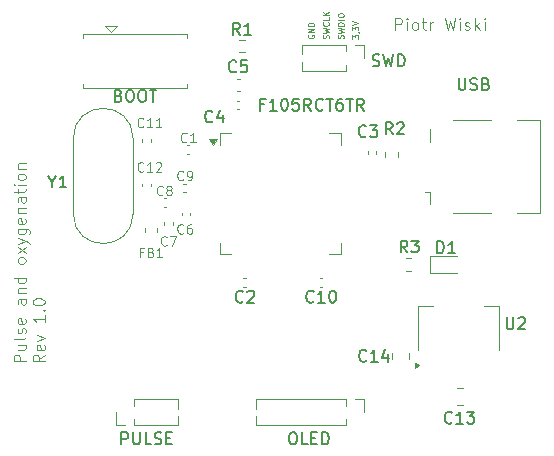
<source format=gbr>
%TF.GenerationSoftware,KiCad,Pcbnew,8.0.2*%
%TF.CreationDate,2024-06-15T16:53:24+02:00*%
%TF.ProjectId,KiCad_STM32_F105RCT6TR,4b694361-645f-4535-944d-33325f463130,v 1.0*%
%TF.SameCoordinates,Original*%
%TF.FileFunction,Legend,Top*%
%TF.FilePolarity,Positive*%
%FSLAX46Y46*%
G04 Gerber Fmt 4.6, Leading zero omitted, Abs format (unit mm)*
G04 Created by KiCad (PCBNEW 8.0.2) date 2024-06-15 16:53:24*
%MOMM*%
%LPD*%
G01*
G04 APERTURE LIST*
%ADD10C,0.100000*%
%ADD11C,0.150000*%
%ADD12C,0.112500*%
%ADD13C,0.120000*%
G04 APERTURE END LIST*
D10*
X113433609Y-52362782D02*
X113433609Y-52053258D01*
X113433609Y-52053258D02*
X113624085Y-52219925D01*
X113624085Y-52219925D02*
X113624085Y-52148496D01*
X113624085Y-52148496D02*
X113647895Y-52100877D01*
X113647895Y-52100877D02*
X113671704Y-52077068D01*
X113671704Y-52077068D02*
X113719323Y-52053258D01*
X113719323Y-52053258D02*
X113838371Y-52053258D01*
X113838371Y-52053258D02*
X113885990Y-52077068D01*
X113885990Y-52077068D02*
X113909800Y-52100877D01*
X113909800Y-52100877D02*
X113933609Y-52148496D01*
X113933609Y-52148496D02*
X113933609Y-52291353D01*
X113933609Y-52291353D02*
X113909800Y-52338972D01*
X113909800Y-52338972D02*
X113885990Y-52362782D01*
X113909800Y-51815163D02*
X113933609Y-51815163D01*
X113933609Y-51815163D02*
X113981228Y-51838973D01*
X113981228Y-51838973D02*
X114005038Y-51862782D01*
X113433609Y-51648497D02*
X113433609Y-51338973D01*
X113433609Y-51338973D02*
X113624085Y-51505640D01*
X113624085Y-51505640D02*
X113624085Y-51434211D01*
X113624085Y-51434211D02*
X113647895Y-51386592D01*
X113647895Y-51386592D02*
X113671704Y-51362783D01*
X113671704Y-51362783D02*
X113719323Y-51338973D01*
X113719323Y-51338973D02*
X113838371Y-51338973D01*
X113838371Y-51338973D02*
X113885990Y-51362783D01*
X113885990Y-51362783D02*
X113909800Y-51386592D01*
X113909800Y-51386592D02*
X113933609Y-51434211D01*
X113933609Y-51434211D02*
X113933609Y-51577068D01*
X113933609Y-51577068D02*
X113909800Y-51624687D01*
X113909800Y-51624687D02*
X113885990Y-51648497D01*
X113433609Y-51196116D02*
X113933609Y-51029450D01*
X113933609Y-51029450D02*
X113433609Y-50862783D01*
X112659800Y-52338972D02*
X112683609Y-52267544D01*
X112683609Y-52267544D02*
X112683609Y-52148496D01*
X112683609Y-52148496D02*
X112659800Y-52100877D01*
X112659800Y-52100877D02*
X112635990Y-52077068D01*
X112635990Y-52077068D02*
X112588371Y-52053258D01*
X112588371Y-52053258D02*
X112540752Y-52053258D01*
X112540752Y-52053258D02*
X112493133Y-52077068D01*
X112493133Y-52077068D02*
X112469323Y-52100877D01*
X112469323Y-52100877D02*
X112445514Y-52148496D01*
X112445514Y-52148496D02*
X112421704Y-52243734D01*
X112421704Y-52243734D02*
X112397895Y-52291353D01*
X112397895Y-52291353D02*
X112374085Y-52315163D01*
X112374085Y-52315163D02*
X112326466Y-52338972D01*
X112326466Y-52338972D02*
X112278847Y-52338972D01*
X112278847Y-52338972D02*
X112231228Y-52315163D01*
X112231228Y-52315163D02*
X112207419Y-52291353D01*
X112207419Y-52291353D02*
X112183609Y-52243734D01*
X112183609Y-52243734D02*
X112183609Y-52124687D01*
X112183609Y-52124687D02*
X112207419Y-52053258D01*
X112183609Y-51886592D02*
X112683609Y-51767544D01*
X112683609Y-51767544D02*
X112326466Y-51672306D01*
X112326466Y-51672306D02*
X112683609Y-51577068D01*
X112683609Y-51577068D02*
X112183609Y-51458021D01*
X112683609Y-51267544D02*
X112183609Y-51267544D01*
X112183609Y-51267544D02*
X112183609Y-51148496D01*
X112183609Y-51148496D02*
X112207419Y-51077068D01*
X112207419Y-51077068D02*
X112255038Y-51029449D01*
X112255038Y-51029449D02*
X112302657Y-51005639D01*
X112302657Y-51005639D02*
X112397895Y-50981830D01*
X112397895Y-50981830D02*
X112469323Y-50981830D01*
X112469323Y-50981830D02*
X112564561Y-51005639D01*
X112564561Y-51005639D02*
X112612180Y-51029449D01*
X112612180Y-51029449D02*
X112659800Y-51077068D01*
X112659800Y-51077068D02*
X112683609Y-51148496D01*
X112683609Y-51148496D02*
X112683609Y-51267544D01*
X112683609Y-50767544D02*
X112183609Y-50767544D01*
X112183609Y-50434211D02*
X112183609Y-50338973D01*
X112183609Y-50338973D02*
X112207419Y-50291354D01*
X112207419Y-50291354D02*
X112255038Y-50243735D01*
X112255038Y-50243735D02*
X112350276Y-50219925D01*
X112350276Y-50219925D02*
X112516942Y-50219925D01*
X112516942Y-50219925D02*
X112612180Y-50243735D01*
X112612180Y-50243735D02*
X112659800Y-50291354D01*
X112659800Y-50291354D02*
X112683609Y-50338973D01*
X112683609Y-50338973D02*
X112683609Y-50434211D01*
X112683609Y-50434211D02*
X112659800Y-50481830D01*
X112659800Y-50481830D02*
X112612180Y-50529449D01*
X112612180Y-50529449D02*
X112516942Y-50553258D01*
X112516942Y-50553258D02*
X112350276Y-50553258D01*
X112350276Y-50553258D02*
X112255038Y-50529449D01*
X112255038Y-50529449D02*
X112207419Y-50481830D01*
X112207419Y-50481830D02*
X112183609Y-50434211D01*
X111409800Y-52338972D02*
X111433609Y-52267544D01*
X111433609Y-52267544D02*
X111433609Y-52148496D01*
X111433609Y-52148496D02*
X111409800Y-52100877D01*
X111409800Y-52100877D02*
X111385990Y-52077068D01*
X111385990Y-52077068D02*
X111338371Y-52053258D01*
X111338371Y-52053258D02*
X111290752Y-52053258D01*
X111290752Y-52053258D02*
X111243133Y-52077068D01*
X111243133Y-52077068D02*
X111219323Y-52100877D01*
X111219323Y-52100877D02*
X111195514Y-52148496D01*
X111195514Y-52148496D02*
X111171704Y-52243734D01*
X111171704Y-52243734D02*
X111147895Y-52291353D01*
X111147895Y-52291353D02*
X111124085Y-52315163D01*
X111124085Y-52315163D02*
X111076466Y-52338972D01*
X111076466Y-52338972D02*
X111028847Y-52338972D01*
X111028847Y-52338972D02*
X110981228Y-52315163D01*
X110981228Y-52315163D02*
X110957419Y-52291353D01*
X110957419Y-52291353D02*
X110933609Y-52243734D01*
X110933609Y-52243734D02*
X110933609Y-52124687D01*
X110933609Y-52124687D02*
X110957419Y-52053258D01*
X110933609Y-51886592D02*
X111433609Y-51767544D01*
X111433609Y-51767544D02*
X111076466Y-51672306D01*
X111076466Y-51672306D02*
X111433609Y-51577068D01*
X111433609Y-51577068D02*
X110933609Y-51458021D01*
X111385990Y-50981830D02*
X111409800Y-51005639D01*
X111409800Y-51005639D02*
X111433609Y-51077068D01*
X111433609Y-51077068D02*
X111433609Y-51124687D01*
X111433609Y-51124687D02*
X111409800Y-51196115D01*
X111409800Y-51196115D02*
X111362180Y-51243734D01*
X111362180Y-51243734D02*
X111314561Y-51267544D01*
X111314561Y-51267544D02*
X111219323Y-51291353D01*
X111219323Y-51291353D02*
X111147895Y-51291353D01*
X111147895Y-51291353D02*
X111052657Y-51267544D01*
X111052657Y-51267544D02*
X111005038Y-51243734D01*
X111005038Y-51243734D02*
X110957419Y-51196115D01*
X110957419Y-51196115D02*
X110933609Y-51124687D01*
X110933609Y-51124687D02*
X110933609Y-51077068D01*
X110933609Y-51077068D02*
X110957419Y-51005639D01*
X110957419Y-51005639D02*
X110981228Y-50981830D01*
X111433609Y-50529449D02*
X111433609Y-50767544D01*
X111433609Y-50767544D02*
X110933609Y-50767544D01*
X111433609Y-50362782D02*
X110933609Y-50362782D01*
X111433609Y-50077068D02*
X111147895Y-50291353D01*
X110933609Y-50077068D02*
X111219323Y-50362782D01*
X109707419Y-52053258D02*
X109683609Y-52100877D01*
X109683609Y-52100877D02*
X109683609Y-52172306D01*
X109683609Y-52172306D02*
X109707419Y-52243734D01*
X109707419Y-52243734D02*
X109755038Y-52291353D01*
X109755038Y-52291353D02*
X109802657Y-52315163D01*
X109802657Y-52315163D02*
X109897895Y-52338972D01*
X109897895Y-52338972D02*
X109969323Y-52338972D01*
X109969323Y-52338972D02*
X110064561Y-52315163D01*
X110064561Y-52315163D02*
X110112180Y-52291353D01*
X110112180Y-52291353D02*
X110159800Y-52243734D01*
X110159800Y-52243734D02*
X110183609Y-52172306D01*
X110183609Y-52172306D02*
X110183609Y-52124687D01*
X110183609Y-52124687D02*
X110159800Y-52053258D01*
X110159800Y-52053258D02*
X110135990Y-52029449D01*
X110135990Y-52029449D02*
X109969323Y-52029449D01*
X109969323Y-52029449D02*
X109969323Y-52124687D01*
X110183609Y-51815163D02*
X109683609Y-51815163D01*
X109683609Y-51815163D02*
X110183609Y-51529449D01*
X110183609Y-51529449D02*
X109683609Y-51529449D01*
X110183609Y-51291353D02*
X109683609Y-51291353D01*
X109683609Y-51291353D02*
X109683609Y-51172305D01*
X109683609Y-51172305D02*
X109707419Y-51100877D01*
X109707419Y-51100877D02*
X109755038Y-51053258D01*
X109755038Y-51053258D02*
X109802657Y-51029448D01*
X109802657Y-51029448D02*
X109897895Y-51005639D01*
X109897895Y-51005639D02*
X109969323Y-51005639D01*
X109969323Y-51005639D02*
X110064561Y-51029448D01*
X110064561Y-51029448D02*
X110112180Y-51053258D01*
X110112180Y-51053258D02*
X110159800Y-51100877D01*
X110159800Y-51100877D02*
X110183609Y-51172305D01*
X110183609Y-51172305D02*
X110183609Y-51291353D01*
X117053884Y-51622419D02*
X117053884Y-50622419D01*
X117053884Y-50622419D02*
X117434836Y-50622419D01*
X117434836Y-50622419D02*
X117530074Y-50670038D01*
X117530074Y-50670038D02*
X117577693Y-50717657D01*
X117577693Y-50717657D02*
X117625312Y-50812895D01*
X117625312Y-50812895D02*
X117625312Y-50955752D01*
X117625312Y-50955752D02*
X117577693Y-51050990D01*
X117577693Y-51050990D02*
X117530074Y-51098609D01*
X117530074Y-51098609D02*
X117434836Y-51146228D01*
X117434836Y-51146228D02*
X117053884Y-51146228D01*
X118053884Y-51622419D02*
X118053884Y-50955752D01*
X118053884Y-50622419D02*
X118006265Y-50670038D01*
X118006265Y-50670038D02*
X118053884Y-50717657D01*
X118053884Y-50717657D02*
X118101503Y-50670038D01*
X118101503Y-50670038D02*
X118053884Y-50622419D01*
X118053884Y-50622419D02*
X118053884Y-50717657D01*
X118672931Y-51622419D02*
X118577693Y-51574800D01*
X118577693Y-51574800D02*
X118530074Y-51527180D01*
X118530074Y-51527180D02*
X118482455Y-51431942D01*
X118482455Y-51431942D02*
X118482455Y-51146228D01*
X118482455Y-51146228D02*
X118530074Y-51050990D01*
X118530074Y-51050990D02*
X118577693Y-51003371D01*
X118577693Y-51003371D02*
X118672931Y-50955752D01*
X118672931Y-50955752D02*
X118815788Y-50955752D01*
X118815788Y-50955752D02*
X118911026Y-51003371D01*
X118911026Y-51003371D02*
X118958645Y-51050990D01*
X118958645Y-51050990D02*
X119006264Y-51146228D01*
X119006264Y-51146228D02*
X119006264Y-51431942D01*
X119006264Y-51431942D02*
X118958645Y-51527180D01*
X118958645Y-51527180D02*
X118911026Y-51574800D01*
X118911026Y-51574800D02*
X118815788Y-51622419D01*
X118815788Y-51622419D02*
X118672931Y-51622419D01*
X119291979Y-50955752D02*
X119672931Y-50955752D01*
X119434836Y-50622419D02*
X119434836Y-51479561D01*
X119434836Y-51479561D02*
X119482455Y-51574800D01*
X119482455Y-51574800D02*
X119577693Y-51622419D01*
X119577693Y-51622419D02*
X119672931Y-51622419D01*
X120006265Y-51622419D02*
X120006265Y-50955752D01*
X120006265Y-51146228D02*
X120053884Y-51050990D01*
X120053884Y-51050990D02*
X120101503Y-51003371D01*
X120101503Y-51003371D02*
X120196741Y-50955752D01*
X120196741Y-50955752D02*
X120291979Y-50955752D01*
X121291980Y-50622419D02*
X121530075Y-51622419D01*
X121530075Y-51622419D02*
X121720551Y-50908133D01*
X121720551Y-50908133D02*
X121911027Y-51622419D01*
X121911027Y-51622419D02*
X122149123Y-50622419D01*
X122530075Y-51622419D02*
X122530075Y-50955752D01*
X122530075Y-50622419D02*
X122482456Y-50670038D01*
X122482456Y-50670038D02*
X122530075Y-50717657D01*
X122530075Y-50717657D02*
X122577694Y-50670038D01*
X122577694Y-50670038D02*
X122530075Y-50622419D01*
X122530075Y-50622419D02*
X122530075Y-50717657D01*
X122958646Y-51574800D02*
X123053884Y-51622419D01*
X123053884Y-51622419D02*
X123244360Y-51622419D01*
X123244360Y-51622419D02*
X123339598Y-51574800D01*
X123339598Y-51574800D02*
X123387217Y-51479561D01*
X123387217Y-51479561D02*
X123387217Y-51431942D01*
X123387217Y-51431942D02*
X123339598Y-51336704D01*
X123339598Y-51336704D02*
X123244360Y-51289085D01*
X123244360Y-51289085D02*
X123101503Y-51289085D01*
X123101503Y-51289085D02*
X123006265Y-51241466D01*
X123006265Y-51241466D02*
X122958646Y-51146228D01*
X122958646Y-51146228D02*
X122958646Y-51098609D01*
X122958646Y-51098609D02*
X123006265Y-51003371D01*
X123006265Y-51003371D02*
X123101503Y-50955752D01*
X123101503Y-50955752D02*
X123244360Y-50955752D01*
X123244360Y-50955752D02*
X123339598Y-51003371D01*
X123815789Y-51622419D02*
X123815789Y-50622419D01*
X123911027Y-51241466D02*
X124196741Y-51622419D01*
X124196741Y-50955752D02*
X123815789Y-51336704D01*
X124625313Y-51622419D02*
X124625313Y-50955752D01*
X124625313Y-50622419D02*
X124577694Y-50670038D01*
X124577694Y-50670038D02*
X124625313Y-50717657D01*
X124625313Y-50717657D02*
X124672932Y-50670038D01*
X124672932Y-50670038D02*
X124625313Y-50622419D01*
X124625313Y-50622419D02*
X124625313Y-50717657D01*
X85762475Y-79696115D02*
X84762475Y-79696115D01*
X84762475Y-79696115D02*
X84762475Y-79315163D01*
X84762475Y-79315163D02*
X84810094Y-79219925D01*
X84810094Y-79219925D02*
X84857713Y-79172306D01*
X84857713Y-79172306D02*
X84952951Y-79124687D01*
X84952951Y-79124687D02*
X85095808Y-79124687D01*
X85095808Y-79124687D02*
X85191046Y-79172306D01*
X85191046Y-79172306D02*
X85238665Y-79219925D01*
X85238665Y-79219925D02*
X85286284Y-79315163D01*
X85286284Y-79315163D02*
X85286284Y-79696115D01*
X85095808Y-78267544D02*
X85762475Y-78267544D01*
X85095808Y-78696115D02*
X85619617Y-78696115D01*
X85619617Y-78696115D02*
X85714856Y-78648496D01*
X85714856Y-78648496D02*
X85762475Y-78553258D01*
X85762475Y-78553258D02*
X85762475Y-78410401D01*
X85762475Y-78410401D02*
X85714856Y-78315163D01*
X85714856Y-78315163D02*
X85667236Y-78267544D01*
X85762475Y-77648496D02*
X85714856Y-77743734D01*
X85714856Y-77743734D02*
X85619617Y-77791353D01*
X85619617Y-77791353D02*
X84762475Y-77791353D01*
X85714856Y-77315162D02*
X85762475Y-77219924D01*
X85762475Y-77219924D02*
X85762475Y-77029448D01*
X85762475Y-77029448D02*
X85714856Y-76934210D01*
X85714856Y-76934210D02*
X85619617Y-76886591D01*
X85619617Y-76886591D02*
X85571998Y-76886591D01*
X85571998Y-76886591D02*
X85476760Y-76934210D01*
X85476760Y-76934210D02*
X85429141Y-77029448D01*
X85429141Y-77029448D02*
X85429141Y-77172305D01*
X85429141Y-77172305D02*
X85381522Y-77267543D01*
X85381522Y-77267543D02*
X85286284Y-77315162D01*
X85286284Y-77315162D02*
X85238665Y-77315162D01*
X85238665Y-77315162D02*
X85143427Y-77267543D01*
X85143427Y-77267543D02*
X85095808Y-77172305D01*
X85095808Y-77172305D02*
X85095808Y-77029448D01*
X85095808Y-77029448D02*
X85143427Y-76934210D01*
X85714856Y-76077067D02*
X85762475Y-76172305D01*
X85762475Y-76172305D02*
X85762475Y-76362781D01*
X85762475Y-76362781D02*
X85714856Y-76458019D01*
X85714856Y-76458019D02*
X85619617Y-76505638D01*
X85619617Y-76505638D02*
X85238665Y-76505638D01*
X85238665Y-76505638D02*
X85143427Y-76458019D01*
X85143427Y-76458019D02*
X85095808Y-76362781D01*
X85095808Y-76362781D02*
X85095808Y-76172305D01*
X85095808Y-76172305D02*
X85143427Y-76077067D01*
X85143427Y-76077067D02*
X85238665Y-76029448D01*
X85238665Y-76029448D02*
X85333903Y-76029448D01*
X85333903Y-76029448D02*
X85429141Y-76505638D01*
X85762475Y-74410400D02*
X85238665Y-74410400D01*
X85238665Y-74410400D02*
X85143427Y-74458019D01*
X85143427Y-74458019D02*
X85095808Y-74553257D01*
X85095808Y-74553257D02*
X85095808Y-74743733D01*
X85095808Y-74743733D02*
X85143427Y-74838971D01*
X85714856Y-74410400D02*
X85762475Y-74505638D01*
X85762475Y-74505638D02*
X85762475Y-74743733D01*
X85762475Y-74743733D02*
X85714856Y-74838971D01*
X85714856Y-74838971D02*
X85619617Y-74886590D01*
X85619617Y-74886590D02*
X85524379Y-74886590D01*
X85524379Y-74886590D02*
X85429141Y-74838971D01*
X85429141Y-74838971D02*
X85381522Y-74743733D01*
X85381522Y-74743733D02*
X85381522Y-74505638D01*
X85381522Y-74505638D02*
X85333903Y-74410400D01*
X85095808Y-73934209D02*
X85762475Y-73934209D01*
X85191046Y-73934209D02*
X85143427Y-73886590D01*
X85143427Y-73886590D02*
X85095808Y-73791352D01*
X85095808Y-73791352D02*
X85095808Y-73648495D01*
X85095808Y-73648495D02*
X85143427Y-73553257D01*
X85143427Y-73553257D02*
X85238665Y-73505638D01*
X85238665Y-73505638D02*
X85762475Y-73505638D01*
X85762475Y-72600876D02*
X84762475Y-72600876D01*
X85714856Y-72600876D02*
X85762475Y-72696114D01*
X85762475Y-72696114D02*
X85762475Y-72886590D01*
X85762475Y-72886590D02*
X85714856Y-72981828D01*
X85714856Y-72981828D02*
X85667236Y-73029447D01*
X85667236Y-73029447D02*
X85571998Y-73077066D01*
X85571998Y-73077066D02*
X85286284Y-73077066D01*
X85286284Y-73077066D02*
X85191046Y-73029447D01*
X85191046Y-73029447D02*
X85143427Y-72981828D01*
X85143427Y-72981828D02*
X85095808Y-72886590D01*
X85095808Y-72886590D02*
X85095808Y-72696114D01*
X85095808Y-72696114D02*
X85143427Y-72600876D01*
X85762475Y-71219923D02*
X85714856Y-71315161D01*
X85714856Y-71315161D02*
X85667236Y-71362780D01*
X85667236Y-71362780D02*
X85571998Y-71410399D01*
X85571998Y-71410399D02*
X85286284Y-71410399D01*
X85286284Y-71410399D02*
X85191046Y-71362780D01*
X85191046Y-71362780D02*
X85143427Y-71315161D01*
X85143427Y-71315161D02*
X85095808Y-71219923D01*
X85095808Y-71219923D02*
X85095808Y-71077066D01*
X85095808Y-71077066D02*
X85143427Y-70981828D01*
X85143427Y-70981828D02*
X85191046Y-70934209D01*
X85191046Y-70934209D02*
X85286284Y-70886590D01*
X85286284Y-70886590D02*
X85571998Y-70886590D01*
X85571998Y-70886590D02*
X85667236Y-70934209D01*
X85667236Y-70934209D02*
X85714856Y-70981828D01*
X85714856Y-70981828D02*
X85762475Y-71077066D01*
X85762475Y-71077066D02*
X85762475Y-71219923D01*
X85762475Y-70553256D02*
X85095808Y-70029447D01*
X85095808Y-70553256D02*
X85762475Y-70029447D01*
X85095808Y-69743732D02*
X85762475Y-69505637D01*
X85095808Y-69267542D02*
X85762475Y-69505637D01*
X85762475Y-69505637D02*
X86000570Y-69600875D01*
X86000570Y-69600875D02*
X86048189Y-69648494D01*
X86048189Y-69648494D02*
X86095808Y-69743732D01*
X85095808Y-68458018D02*
X85905332Y-68458018D01*
X85905332Y-68458018D02*
X86000570Y-68505637D01*
X86000570Y-68505637D02*
X86048189Y-68553256D01*
X86048189Y-68553256D02*
X86095808Y-68648494D01*
X86095808Y-68648494D02*
X86095808Y-68791351D01*
X86095808Y-68791351D02*
X86048189Y-68886589D01*
X85714856Y-68458018D02*
X85762475Y-68553256D01*
X85762475Y-68553256D02*
X85762475Y-68743732D01*
X85762475Y-68743732D02*
X85714856Y-68838970D01*
X85714856Y-68838970D02*
X85667236Y-68886589D01*
X85667236Y-68886589D02*
X85571998Y-68934208D01*
X85571998Y-68934208D02*
X85286284Y-68934208D01*
X85286284Y-68934208D02*
X85191046Y-68886589D01*
X85191046Y-68886589D02*
X85143427Y-68838970D01*
X85143427Y-68838970D02*
X85095808Y-68743732D01*
X85095808Y-68743732D02*
X85095808Y-68553256D01*
X85095808Y-68553256D02*
X85143427Y-68458018D01*
X85714856Y-67600875D02*
X85762475Y-67696113D01*
X85762475Y-67696113D02*
X85762475Y-67886589D01*
X85762475Y-67886589D02*
X85714856Y-67981827D01*
X85714856Y-67981827D02*
X85619617Y-68029446D01*
X85619617Y-68029446D02*
X85238665Y-68029446D01*
X85238665Y-68029446D02*
X85143427Y-67981827D01*
X85143427Y-67981827D02*
X85095808Y-67886589D01*
X85095808Y-67886589D02*
X85095808Y-67696113D01*
X85095808Y-67696113D02*
X85143427Y-67600875D01*
X85143427Y-67600875D02*
X85238665Y-67553256D01*
X85238665Y-67553256D02*
X85333903Y-67553256D01*
X85333903Y-67553256D02*
X85429141Y-68029446D01*
X85095808Y-67124684D02*
X85762475Y-67124684D01*
X85191046Y-67124684D02*
X85143427Y-67077065D01*
X85143427Y-67077065D02*
X85095808Y-66981827D01*
X85095808Y-66981827D02*
X85095808Y-66838970D01*
X85095808Y-66838970D02*
X85143427Y-66743732D01*
X85143427Y-66743732D02*
X85238665Y-66696113D01*
X85238665Y-66696113D02*
X85762475Y-66696113D01*
X85762475Y-65791351D02*
X85238665Y-65791351D01*
X85238665Y-65791351D02*
X85143427Y-65838970D01*
X85143427Y-65838970D02*
X85095808Y-65934208D01*
X85095808Y-65934208D02*
X85095808Y-66124684D01*
X85095808Y-66124684D02*
X85143427Y-66219922D01*
X85714856Y-65791351D02*
X85762475Y-65886589D01*
X85762475Y-65886589D02*
X85762475Y-66124684D01*
X85762475Y-66124684D02*
X85714856Y-66219922D01*
X85714856Y-66219922D02*
X85619617Y-66267541D01*
X85619617Y-66267541D02*
X85524379Y-66267541D01*
X85524379Y-66267541D02*
X85429141Y-66219922D01*
X85429141Y-66219922D02*
X85381522Y-66124684D01*
X85381522Y-66124684D02*
X85381522Y-65886589D01*
X85381522Y-65886589D02*
X85333903Y-65791351D01*
X85095808Y-65458017D02*
X85095808Y-65077065D01*
X84762475Y-65315160D02*
X85619617Y-65315160D01*
X85619617Y-65315160D02*
X85714856Y-65267541D01*
X85714856Y-65267541D02*
X85762475Y-65172303D01*
X85762475Y-65172303D02*
X85762475Y-65077065D01*
X85762475Y-64743731D02*
X85095808Y-64743731D01*
X84762475Y-64743731D02*
X84810094Y-64791350D01*
X84810094Y-64791350D02*
X84857713Y-64743731D01*
X84857713Y-64743731D02*
X84810094Y-64696112D01*
X84810094Y-64696112D02*
X84762475Y-64743731D01*
X84762475Y-64743731D02*
X84857713Y-64743731D01*
X85762475Y-64124684D02*
X85714856Y-64219922D01*
X85714856Y-64219922D02*
X85667236Y-64267541D01*
X85667236Y-64267541D02*
X85571998Y-64315160D01*
X85571998Y-64315160D02*
X85286284Y-64315160D01*
X85286284Y-64315160D02*
X85191046Y-64267541D01*
X85191046Y-64267541D02*
X85143427Y-64219922D01*
X85143427Y-64219922D02*
X85095808Y-64124684D01*
X85095808Y-64124684D02*
X85095808Y-63981827D01*
X85095808Y-63981827D02*
X85143427Y-63886589D01*
X85143427Y-63886589D02*
X85191046Y-63838970D01*
X85191046Y-63838970D02*
X85286284Y-63791351D01*
X85286284Y-63791351D02*
X85571998Y-63791351D01*
X85571998Y-63791351D02*
X85667236Y-63838970D01*
X85667236Y-63838970D02*
X85714856Y-63886589D01*
X85714856Y-63886589D02*
X85762475Y-63981827D01*
X85762475Y-63981827D02*
X85762475Y-64124684D01*
X85095808Y-63362779D02*
X85762475Y-63362779D01*
X85191046Y-63362779D02*
X85143427Y-63315160D01*
X85143427Y-63315160D02*
X85095808Y-63219922D01*
X85095808Y-63219922D02*
X85095808Y-63077065D01*
X85095808Y-63077065D02*
X85143427Y-62981827D01*
X85143427Y-62981827D02*
X85238665Y-62934208D01*
X85238665Y-62934208D02*
X85762475Y-62934208D01*
X87372419Y-79124687D02*
X86896228Y-79458020D01*
X87372419Y-79696115D02*
X86372419Y-79696115D01*
X86372419Y-79696115D02*
X86372419Y-79315163D01*
X86372419Y-79315163D02*
X86420038Y-79219925D01*
X86420038Y-79219925D02*
X86467657Y-79172306D01*
X86467657Y-79172306D02*
X86562895Y-79124687D01*
X86562895Y-79124687D02*
X86705752Y-79124687D01*
X86705752Y-79124687D02*
X86800990Y-79172306D01*
X86800990Y-79172306D02*
X86848609Y-79219925D01*
X86848609Y-79219925D02*
X86896228Y-79315163D01*
X86896228Y-79315163D02*
X86896228Y-79696115D01*
X87324800Y-78315163D02*
X87372419Y-78410401D01*
X87372419Y-78410401D02*
X87372419Y-78600877D01*
X87372419Y-78600877D02*
X87324800Y-78696115D01*
X87324800Y-78696115D02*
X87229561Y-78743734D01*
X87229561Y-78743734D02*
X86848609Y-78743734D01*
X86848609Y-78743734D02*
X86753371Y-78696115D01*
X86753371Y-78696115D02*
X86705752Y-78600877D01*
X86705752Y-78600877D02*
X86705752Y-78410401D01*
X86705752Y-78410401D02*
X86753371Y-78315163D01*
X86753371Y-78315163D02*
X86848609Y-78267544D01*
X86848609Y-78267544D02*
X86943847Y-78267544D01*
X86943847Y-78267544D02*
X87039085Y-78743734D01*
X86705752Y-77934210D02*
X87372419Y-77696115D01*
X87372419Y-77696115D02*
X86705752Y-77458020D01*
X87372419Y-75791353D02*
X87372419Y-76362781D01*
X87372419Y-76077067D02*
X86372419Y-76077067D01*
X86372419Y-76077067D02*
X86515276Y-76172305D01*
X86515276Y-76172305D02*
X86610514Y-76267543D01*
X86610514Y-76267543D02*
X86658133Y-76362781D01*
X87277180Y-75362781D02*
X87324800Y-75315162D01*
X87324800Y-75315162D02*
X87372419Y-75362781D01*
X87372419Y-75362781D02*
X87324800Y-75410400D01*
X87324800Y-75410400D02*
X87277180Y-75362781D01*
X87277180Y-75362781D02*
X87372419Y-75362781D01*
X86372419Y-74696115D02*
X86372419Y-74600877D01*
X86372419Y-74600877D02*
X86420038Y-74505639D01*
X86420038Y-74505639D02*
X86467657Y-74458020D01*
X86467657Y-74458020D02*
X86562895Y-74410401D01*
X86562895Y-74410401D02*
X86753371Y-74362782D01*
X86753371Y-74362782D02*
X86991466Y-74362782D01*
X86991466Y-74362782D02*
X87181942Y-74410401D01*
X87181942Y-74410401D02*
X87277180Y-74458020D01*
X87277180Y-74458020D02*
X87324800Y-74505639D01*
X87324800Y-74505639D02*
X87372419Y-74600877D01*
X87372419Y-74600877D02*
X87372419Y-74696115D01*
X87372419Y-74696115D02*
X87324800Y-74791353D01*
X87324800Y-74791353D02*
X87277180Y-74838972D01*
X87277180Y-74838972D02*
X87181942Y-74886591D01*
X87181942Y-74886591D02*
X86991466Y-74934210D01*
X86991466Y-74934210D02*
X86753371Y-74934210D01*
X86753371Y-74934210D02*
X86562895Y-74886591D01*
X86562895Y-74886591D02*
X86467657Y-74838972D01*
X86467657Y-74838972D02*
X86420038Y-74791353D01*
X86420038Y-74791353D02*
X86372419Y-74696115D01*
D11*
X105976190Y-57931009D02*
X105642857Y-57931009D01*
X105642857Y-58454819D02*
X105642857Y-57454819D01*
X105642857Y-57454819D02*
X106119047Y-57454819D01*
X107023809Y-58454819D02*
X106452381Y-58454819D01*
X106738095Y-58454819D02*
X106738095Y-57454819D01*
X106738095Y-57454819D02*
X106642857Y-57597676D01*
X106642857Y-57597676D02*
X106547619Y-57692914D01*
X106547619Y-57692914D02*
X106452381Y-57740533D01*
X107642857Y-57454819D02*
X107738095Y-57454819D01*
X107738095Y-57454819D02*
X107833333Y-57502438D01*
X107833333Y-57502438D02*
X107880952Y-57550057D01*
X107880952Y-57550057D02*
X107928571Y-57645295D01*
X107928571Y-57645295D02*
X107976190Y-57835771D01*
X107976190Y-57835771D02*
X107976190Y-58073866D01*
X107976190Y-58073866D02*
X107928571Y-58264342D01*
X107928571Y-58264342D02*
X107880952Y-58359580D01*
X107880952Y-58359580D02*
X107833333Y-58407200D01*
X107833333Y-58407200D02*
X107738095Y-58454819D01*
X107738095Y-58454819D02*
X107642857Y-58454819D01*
X107642857Y-58454819D02*
X107547619Y-58407200D01*
X107547619Y-58407200D02*
X107500000Y-58359580D01*
X107500000Y-58359580D02*
X107452381Y-58264342D01*
X107452381Y-58264342D02*
X107404762Y-58073866D01*
X107404762Y-58073866D02*
X107404762Y-57835771D01*
X107404762Y-57835771D02*
X107452381Y-57645295D01*
X107452381Y-57645295D02*
X107500000Y-57550057D01*
X107500000Y-57550057D02*
X107547619Y-57502438D01*
X107547619Y-57502438D02*
X107642857Y-57454819D01*
X108880952Y-57454819D02*
X108404762Y-57454819D01*
X108404762Y-57454819D02*
X108357143Y-57931009D01*
X108357143Y-57931009D02*
X108404762Y-57883390D01*
X108404762Y-57883390D02*
X108500000Y-57835771D01*
X108500000Y-57835771D02*
X108738095Y-57835771D01*
X108738095Y-57835771D02*
X108833333Y-57883390D01*
X108833333Y-57883390D02*
X108880952Y-57931009D01*
X108880952Y-57931009D02*
X108928571Y-58026247D01*
X108928571Y-58026247D02*
X108928571Y-58264342D01*
X108928571Y-58264342D02*
X108880952Y-58359580D01*
X108880952Y-58359580D02*
X108833333Y-58407200D01*
X108833333Y-58407200D02*
X108738095Y-58454819D01*
X108738095Y-58454819D02*
X108500000Y-58454819D01*
X108500000Y-58454819D02*
X108404762Y-58407200D01*
X108404762Y-58407200D02*
X108357143Y-58359580D01*
X109928571Y-58454819D02*
X109595238Y-57978628D01*
X109357143Y-58454819D02*
X109357143Y-57454819D01*
X109357143Y-57454819D02*
X109738095Y-57454819D01*
X109738095Y-57454819D02*
X109833333Y-57502438D01*
X109833333Y-57502438D02*
X109880952Y-57550057D01*
X109880952Y-57550057D02*
X109928571Y-57645295D01*
X109928571Y-57645295D02*
X109928571Y-57788152D01*
X109928571Y-57788152D02*
X109880952Y-57883390D01*
X109880952Y-57883390D02*
X109833333Y-57931009D01*
X109833333Y-57931009D02*
X109738095Y-57978628D01*
X109738095Y-57978628D02*
X109357143Y-57978628D01*
X110928571Y-58359580D02*
X110880952Y-58407200D01*
X110880952Y-58407200D02*
X110738095Y-58454819D01*
X110738095Y-58454819D02*
X110642857Y-58454819D01*
X110642857Y-58454819D02*
X110500000Y-58407200D01*
X110500000Y-58407200D02*
X110404762Y-58311961D01*
X110404762Y-58311961D02*
X110357143Y-58216723D01*
X110357143Y-58216723D02*
X110309524Y-58026247D01*
X110309524Y-58026247D02*
X110309524Y-57883390D01*
X110309524Y-57883390D02*
X110357143Y-57692914D01*
X110357143Y-57692914D02*
X110404762Y-57597676D01*
X110404762Y-57597676D02*
X110500000Y-57502438D01*
X110500000Y-57502438D02*
X110642857Y-57454819D01*
X110642857Y-57454819D02*
X110738095Y-57454819D01*
X110738095Y-57454819D02*
X110880952Y-57502438D01*
X110880952Y-57502438D02*
X110928571Y-57550057D01*
X111214286Y-57454819D02*
X111785714Y-57454819D01*
X111500000Y-58454819D02*
X111500000Y-57454819D01*
X112547619Y-57454819D02*
X112357143Y-57454819D01*
X112357143Y-57454819D02*
X112261905Y-57502438D01*
X112261905Y-57502438D02*
X112214286Y-57550057D01*
X112214286Y-57550057D02*
X112119048Y-57692914D01*
X112119048Y-57692914D02*
X112071429Y-57883390D01*
X112071429Y-57883390D02*
X112071429Y-58264342D01*
X112071429Y-58264342D02*
X112119048Y-58359580D01*
X112119048Y-58359580D02*
X112166667Y-58407200D01*
X112166667Y-58407200D02*
X112261905Y-58454819D01*
X112261905Y-58454819D02*
X112452381Y-58454819D01*
X112452381Y-58454819D02*
X112547619Y-58407200D01*
X112547619Y-58407200D02*
X112595238Y-58359580D01*
X112595238Y-58359580D02*
X112642857Y-58264342D01*
X112642857Y-58264342D02*
X112642857Y-58026247D01*
X112642857Y-58026247D02*
X112595238Y-57931009D01*
X112595238Y-57931009D02*
X112547619Y-57883390D01*
X112547619Y-57883390D02*
X112452381Y-57835771D01*
X112452381Y-57835771D02*
X112261905Y-57835771D01*
X112261905Y-57835771D02*
X112166667Y-57883390D01*
X112166667Y-57883390D02*
X112119048Y-57931009D01*
X112119048Y-57931009D02*
X112071429Y-58026247D01*
X112928572Y-57454819D02*
X113500000Y-57454819D01*
X113214286Y-58454819D02*
X113214286Y-57454819D01*
X114404762Y-58454819D02*
X114071429Y-57978628D01*
X113833334Y-58454819D02*
X113833334Y-57454819D01*
X113833334Y-57454819D02*
X114214286Y-57454819D01*
X114214286Y-57454819D02*
X114309524Y-57502438D01*
X114309524Y-57502438D02*
X114357143Y-57550057D01*
X114357143Y-57550057D02*
X114404762Y-57645295D01*
X114404762Y-57645295D02*
X114404762Y-57788152D01*
X114404762Y-57788152D02*
X114357143Y-57883390D01*
X114357143Y-57883390D02*
X114309524Y-57931009D01*
X114309524Y-57931009D02*
X114214286Y-57978628D01*
X114214286Y-57978628D02*
X113833334Y-57978628D01*
X114583333Y-60609580D02*
X114535714Y-60657200D01*
X114535714Y-60657200D02*
X114392857Y-60704819D01*
X114392857Y-60704819D02*
X114297619Y-60704819D01*
X114297619Y-60704819D02*
X114154762Y-60657200D01*
X114154762Y-60657200D02*
X114059524Y-60561961D01*
X114059524Y-60561961D02*
X114011905Y-60466723D01*
X114011905Y-60466723D02*
X113964286Y-60276247D01*
X113964286Y-60276247D02*
X113964286Y-60133390D01*
X113964286Y-60133390D02*
X114011905Y-59942914D01*
X114011905Y-59942914D02*
X114059524Y-59847676D01*
X114059524Y-59847676D02*
X114154762Y-59752438D01*
X114154762Y-59752438D02*
X114297619Y-59704819D01*
X114297619Y-59704819D02*
X114392857Y-59704819D01*
X114392857Y-59704819D02*
X114535714Y-59752438D01*
X114535714Y-59752438D02*
X114583333Y-59800057D01*
X114916667Y-59704819D02*
X115535714Y-59704819D01*
X115535714Y-59704819D02*
X115202381Y-60085771D01*
X115202381Y-60085771D02*
X115345238Y-60085771D01*
X115345238Y-60085771D02*
X115440476Y-60133390D01*
X115440476Y-60133390D02*
X115488095Y-60181009D01*
X115488095Y-60181009D02*
X115535714Y-60276247D01*
X115535714Y-60276247D02*
X115535714Y-60514342D01*
X115535714Y-60514342D02*
X115488095Y-60609580D01*
X115488095Y-60609580D02*
X115440476Y-60657200D01*
X115440476Y-60657200D02*
X115345238Y-60704819D01*
X115345238Y-60704819D02*
X115059524Y-60704819D01*
X115059524Y-60704819D02*
X114964286Y-60657200D01*
X114964286Y-60657200D02*
X114916667Y-60609580D01*
D10*
X95735714Y-63538704D02*
X95697618Y-63576800D01*
X95697618Y-63576800D02*
X95583333Y-63614895D01*
X95583333Y-63614895D02*
X95507142Y-63614895D01*
X95507142Y-63614895D02*
X95392856Y-63576800D01*
X95392856Y-63576800D02*
X95316666Y-63500609D01*
X95316666Y-63500609D02*
X95278571Y-63424419D01*
X95278571Y-63424419D02*
X95240475Y-63272038D01*
X95240475Y-63272038D02*
X95240475Y-63157752D01*
X95240475Y-63157752D02*
X95278571Y-63005371D01*
X95278571Y-63005371D02*
X95316666Y-62929180D01*
X95316666Y-62929180D02*
X95392856Y-62852990D01*
X95392856Y-62852990D02*
X95507142Y-62814895D01*
X95507142Y-62814895D02*
X95583333Y-62814895D01*
X95583333Y-62814895D02*
X95697618Y-62852990D01*
X95697618Y-62852990D02*
X95735714Y-62891085D01*
X96497618Y-63614895D02*
X96040475Y-63614895D01*
X96269047Y-63614895D02*
X96269047Y-62814895D01*
X96269047Y-62814895D02*
X96192856Y-62929180D01*
X96192856Y-62929180D02*
X96116666Y-63005371D01*
X96116666Y-63005371D02*
X96040475Y-63043466D01*
X96802380Y-62891085D02*
X96840476Y-62852990D01*
X96840476Y-62852990D02*
X96916666Y-62814895D01*
X96916666Y-62814895D02*
X97107142Y-62814895D01*
X97107142Y-62814895D02*
X97183333Y-62852990D01*
X97183333Y-62852990D02*
X97221428Y-62891085D01*
X97221428Y-62891085D02*
X97259523Y-62967276D01*
X97259523Y-62967276D02*
X97259523Y-63043466D01*
X97259523Y-63043466D02*
X97221428Y-63157752D01*
X97221428Y-63157752D02*
X96764285Y-63614895D01*
X96764285Y-63614895D02*
X97259523Y-63614895D01*
D11*
X115142857Y-54657200D02*
X115285714Y-54704819D01*
X115285714Y-54704819D02*
X115523809Y-54704819D01*
X115523809Y-54704819D02*
X115619047Y-54657200D01*
X115619047Y-54657200D02*
X115666666Y-54609580D01*
X115666666Y-54609580D02*
X115714285Y-54514342D01*
X115714285Y-54514342D02*
X115714285Y-54419104D01*
X115714285Y-54419104D02*
X115666666Y-54323866D01*
X115666666Y-54323866D02*
X115619047Y-54276247D01*
X115619047Y-54276247D02*
X115523809Y-54228628D01*
X115523809Y-54228628D02*
X115333333Y-54181009D01*
X115333333Y-54181009D02*
X115238095Y-54133390D01*
X115238095Y-54133390D02*
X115190476Y-54085771D01*
X115190476Y-54085771D02*
X115142857Y-53990533D01*
X115142857Y-53990533D02*
X115142857Y-53895295D01*
X115142857Y-53895295D02*
X115190476Y-53800057D01*
X115190476Y-53800057D02*
X115238095Y-53752438D01*
X115238095Y-53752438D02*
X115333333Y-53704819D01*
X115333333Y-53704819D02*
X115571428Y-53704819D01*
X115571428Y-53704819D02*
X115714285Y-53752438D01*
X116047619Y-53704819D02*
X116285714Y-54704819D01*
X116285714Y-54704819D02*
X116476190Y-53990533D01*
X116476190Y-53990533D02*
X116666666Y-54704819D01*
X116666666Y-54704819D02*
X116904762Y-53704819D01*
X117285714Y-54704819D02*
X117285714Y-53704819D01*
X117285714Y-53704819D02*
X117523809Y-53704819D01*
X117523809Y-53704819D02*
X117666666Y-53752438D01*
X117666666Y-53752438D02*
X117761904Y-53847676D01*
X117761904Y-53847676D02*
X117809523Y-53942914D01*
X117809523Y-53942914D02*
X117857142Y-54133390D01*
X117857142Y-54133390D02*
X117857142Y-54276247D01*
X117857142Y-54276247D02*
X117809523Y-54466723D01*
X117809523Y-54466723D02*
X117761904Y-54561961D01*
X117761904Y-54561961D02*
X117666666Y-54657200D01*
X117666666Y-54657200D02*
X117523809Y-54704819D01*
X117523809Y-54704819D02*
X117285714Y-54704819D01*
X108297619Y-85704819D02*
X108488095Y-85704819D01*
X108488095Y-85704819D02*
X108583333Y-85752438D01*
X108583333Y-85752438D02*
X108678571Y-85847676D01*
X108678571Y-85847676D02*
X108726190Y-86038152D01*
X108726190Y-86038152D02*
X108726190Y-86371485D01*
X108726190Y-86371485D02*
X108678571Y-86561961D01*
X108678571Y-86561961D02*
X108583333Y-86657200D01*
X108583333Y-86657200D02*
X108488095Y-86704819D01*
X108488095Y-86704819D02*
X108297619Y-86704819D01*
X108297619Y-86704819D02*
X108202381Y-86657200D01*
X108202381Y-86657200D02*
X108107143Y-86561961D01*
X108107143Y-86561961D02*
X108059524Y-86371485D01*
X108059524Y-86371485D02*
X108059524Y-86038152D01*
X108059524Y-86038152D02*
X108107143Y-85847676D01*
X108107143Y-85847676D02*
X108202381Y-85752438D01*
X108202381Y-85752438D02*
X108297619Y-85704819D01*
X109630952Y-86704819D02*
X109154762Y-86704819D01*
X109154762Y-86704819D02*
X109154762Y-85704819D01*
X109964286Y-86181009D02*
X110297619Y-86181009D01*
X110440476Y-86704819D02*
X109964286Y-86704819D01*
X109964286Y-86704819D02*
X109964286Y-85704819D01*
X109964286Y-85704819D02*
X110440476Y-85704819D01*
X110869048Y-86704819D02*
X110869048Y-85704819D01*
X110869048Y-85704819D02*
X111107143Y-85704819D01*
X111107143Y-85704819D02*
X111250000Y-85752438D01*
X111250000Y-85752438D02*
X111345238Y-85847676D01*
X111345238Y-85847676D02*
X111392857Y-85942914D01*
X111392857Y-85942914D02*
X111440476Y-86133390D01*
X111440476Y-86133390D02*
X111440476Y-86276247D01*
X111440476Y-86276247D02*
X111392857Y-86466723D01*
X111392857Y-86466723D02*
X111345238Y-86561961D01*
X111345238Y-86561961D02*
X111250000Y-86657200D01*
X111250000Y-86657200D02*
X111107143Y-86704819D01*
X111107143Y-86704819D02*
X110869048Y-86704819D01*
X88023809Y-64478628D02*
X88023809Y-64954819D01*
X87690476Y-63954819D02*
X88023809Y-64478628D01*
X88023809Y-64478628D02*
X88357142Y-63954819D01*
X89214285Y-64954819D02*
X88642857Y-64954819D01*
X88928571Y-64954819D02*
X88928571Y-63954819D01*
X88928571Y-63954819D02*
X88833333Y-64097676D01*
X88833333Y-64097676D02*
X88738095Y-64192914D01*
X88738095Y-64192914D02*
X88642857Y-64240533D01*
X122418095Y-55704819D02*
X122418095Y-56514342D01*
X122418095Y-56514342D02*
X122465714Y-56609580D01*
X122465714Y-56609580D02*
X122513333Y-56657200D01*
X122513333Y-56657200D02*
X122608571Y-56704819D01*
X122608571Y-56704819D02*
X122799047Y-56704819D01*
X122799047Y-56704819D02*
X122894285Y-56657200D01*
X122894285Y-56657200D02*
X122941904Y-56609580D01*
X122941904Y-56609580D02*
X122989523Y-56514342D01*
X122989523Y-56514342D02*
X122989523Y-55704819D01*
X123418095Y-56657200D02*
X123560952Y-56704819D01*
X123560952Y-56704819D02*
X123799047Y-56704819D01*
X123799047Y-56704819D02*
X123894285Y-56657200D01*
X123894285Y-56657200D02*
X123941904Y-56609580D01*
X123941904Y-56609580D02*
X123989523Y-56514342D01*
X123989523Y-56514342D02*
X123989523Y-56419104D01*
X123989523Y-56419104D02*
X123941904Y-56323866D01*
X123941904Y-56323866D02*
X123894285Y-56276247D01*
X123894285Y-56276247D02*
X123799047Y-56228628D01*
X123799047Y-56228628D02*
X123608571Y-56181009D01*
X123608571Y-56181009D02*
X123513333Y-56133390D01*
X123513333Y-56133390D02*
X123465714Y-56085771D01*
X123465714Y-56085771D02*
X123418095Y-55990533D01*
X123418095Y-55990533D02*
X123418095Y-55895295D01*
X123418095Y-55895295D02*
X123465714Y-55800057D01*
X123465714Y-55800057D02*
X123513333Y-55752438D01*
X123513333Y-55752438D02*
X123608571Y-55704819D01*
X123608571Y-55704819D02*
X123846666Y-55704819D01*
X123846666Y-55704819D02*
X123989523Y-55752438D01*
X124751428Y-56181009D02*
X124894285Y-56228628D01*
X124894285Y-56228628D02*
X124941904Y-56276247D01*
X124941904Y-56276247D02*
X124989523Y-56371485D01*
X124989523Y-56371485D02*
X124989523Y-56514342D01*
X124989523Y-56514342D02*
X124941904Y-56609580D01*
X124941904Y-56609580D02*
X124894285Y-56657200D01*
X124894285Y-56657200D02*
X124799047Y-56704819D01*
X124799047Y-56704819D02*
X124418095Y-56704819D01*
X124418095Y-56704819D02*
X124418095Y-55704819D01*
X124418095Y-55704819D02*
X124751428Y-55704819D01*
X124751428Y-55704819D02*
X124846666Y-55752438D01*
X124846666Y-55752438D02*
X124894285Y-55800057D01*
X124894285Y-55800057D02*
X124941904Y-55895295D01*
X124941904Y-55895295D02*
X124941904Y-55990533D01*
X124941904Y-55990533D02*
X124894285Y-56085771D01*
X124894285Y-56085771D02*
X124846666Y-56133390D01*
X124846666Y-56133390D02*
X124751428Y-56181009D01*
X124751428Y-56181009D02*
X124418095Y-56181009D01*
X93642857Y-57181009D02*
X93785714Y-57228628D01*
X93785714Y-57228628D02*
X93833333Y-57276247D01*
X93833333Y-57276247D02*
X93880952Y-57371485D01*
X93880952Y-57371485D02*
X93880952Y-57514342D01*
X93880952Y-57514342D02*
X93833333Y-57609580D01*
X93833333Y-57609580D02*
X93785714Y-57657200D01*
X93785714Y-57657200D02*
X93690476Y-57704819D01*
X93690476Y-57704819D02*
X93309524Y-57704819D01*
X93309524Y-57704819D02*
X93309524Y-56704819D01*
X93309524Y-56704819D02*
X93642857Y-56704819D01*
X93642857Y-56704819D02*
X93738095Y-56752438D01*
X93738095Y-56752438D02*
X93785714Y-56800057D01*
X93785714Y-56800057D02*
X93833333Y-56895295D01*
X93833333Y-56895295D02*
X93833333Y-56990533D01*
X93833333Y-56990533D02*
X93785714Y-57085771D01*
X93785714Y-57085771D02*
X93738095Y-57133390D01*
X93738095Y-57133390D02*
X93642857Y-57181009D01*
X93642857Y-57181009D02*
X93309524Y-57181009D01*
X94500000Y-56704819D02*
X94690476Y-56704819D01*
X94690476Y-56704819D02*
X94785714Y-56752438D01*
X94785714Y-56752438D02*
X94880952Y-56847676D01*
X94880952Y-56847676D02*
X94928571Y-57038152D01*
X94928571Y-57038152D02*
X94928571Y-57371485D01*
X94928571Y-57371485D02*
X94880952Y-57561961D01*
X94880952Y-57561961D02*
X94785714Y-57657200D01*
X94785714Y-57657200D02*
X94690476Y-57704819D01*
X94690476Y-57704819D02*
X94500000Y-57704819D01*
X94500000Y-57704819D02*
X94404762Y-57657200D01*
X94404762Y-57657200D02*
X94309524Y-57561961D01*
X94309524Y-57561961D02*
X94261905Y-57371485D01*
X94261905Y-57371485D02*
X94261905Y-57038152D01*
X94261905Y-57038152D02*
X94309524Y-56847676D01*
X94309524Y-56847676D02*
X94404762Y-56752438D01*
X94404762Y-56752438D02*
X94500000Y-56704819D01*
X95547619Y-56704819D02*
X95738095Y-56704819D01*
X95738095Y-56704819D02*
X95833333Y-56752438D01*
X95833333Y-56752438D02*
X95928571Y-56847676D01*
X95928571Y-56847676D02*
X95976190Y-57038152D01*
X95976190Y-57038152D02*
X95976190Y-57371485D01*
X95976190Y-57371485D02*
X95928571Y-57561961D01*
X95928571Y-57561961D02*
X95833333Y-57657200D01*
X95833333Y-57657200D02*
X95738095Y-57704819D01*
X95738095Y-57704819D02*
X95547619Y-57704819D01*
X95547619Y-57704819D02*
X95452381Y-57657200D01*
X95452381Y-57657200D02*
X95357143Y-57561961D01*
X95357143Y-57561961D02*
X95309524Y-57371485D01*
X95309524Y-57371485D02*
X95309524Y-57038152D01*
X95309524Y-57038152D02*
X95357143Y-56847676D01*
X95357143Y-56847676D02*
X95452381Y-56752438D01*
X95452381Y-56752438D02*
X95547619Y-56704819D01*
X96261905Y-56704819D02*
X96833333Y-56704819D01*
X96547619Y-57704819D02*
X96547619Y-56704819D01*
X121857142Y-84859580D02*
X121809523Y-84907200D01*
X121809523Y-84907200D02*
X121666666Y-84954819D01*
X121666666Y-84954819D02*
X121571428Y-84954819D01*
X121571428Y-84954819D02*
X121428571Y-84907200D01*
X121428571Y-84907200D02*
X121333333Y-84811961D01*
X121333333Y-84811961D02*
X121285714Y-84716723D01*
X121285714Y-84716723D02*
X121238095Y-84526247D01*
X121238095Y-84526247D02*
X121238095Y-84383390D01*
X121238095Y-84383390D02*
X121285714Y-84192914D01*
X121285714Y-84192914D02*
X121333333Y-84097676D01*
X121333333Y-84097676D02*
X121428571Y-84002438D01*
X121428571Y-84002438D02*
X121571428Y-83954819D01*
X121571428Y-83954819D02*
X121666666Y-83954819D01*
X121666666Y-83954819D02*
X121809523Y-84002438D01*
X121809523Y-84002438D02*
X121857142Y-84050057D01*
X122809523Y-84954819D02*
X122238095Y-84954819D01*
X122523809Y-84954819D02*
X122523809Y-83954819D01*
X122523809Y-83954819D02*
X122428571Y-84097676D01*
X122428571Y-84097676D02*
X122333333Y-84192914D01*
X122333333Y-84192914D02*
X122238095Y-84240533D01*
X123142857Y-83954819D02*
X123761904Y-83954819D01*
X123761904Y-83954819D02*
X123428571Y-84335771D01*
X123428571Y-84335771D02*
X123571428Y-84335771D01*
X123571428Y-84335771D02*
X123666666Y-84383390D01*
X123666666Y-84383390D02*
X123714285Y-84431009D01*
X123714285Y-84431009D02*
X123761904Y-84526247D01*
X123761904Y-84526247D02*
X123761904Y-84764342D01*
X123761904Y-84764342D02*
X123714285Y-84859580D01*
X123714285Y-84859580D02*
X123666666Y-84907200D01*
X123666666Y-84907200D02*
X123571428Y-84954819D01*
X123571428Y-84954819D02*
X123285714Y-84954819D01*
X123285714Y-84954819D02*
X123190476Y-84907200D01*
X123190476Y-84907200D02*
X123142857Y-84859580D01*
X103908333Y-52024819D02*
X103575000Y-51548628D01*
X103336905Y-52024819D02*
X103336905Y-51024819D01*
X103336905Y-51024819D02*
X103717857Y-51024819D01*
X103717857Y-51024819D02*
X103813095Y-51072438D01*
X103813095Y-51072438D02*
X103860714Y-51120057D01*
X103860714Y-51120057D02*
X103908333Y-51215295D01*
X103908333Y-51215295D02*
X103908333Y-51358152D01*
X103908333Y-51358152D02*
X103860714Y-51453390D01*
X103860714Y-51453390D02*
X103813095Y-51501009D01*
X103813095Y-51501009D02*
X103717857Y-51548628D01*
X103717857Y-51548628D02*
X103336905Y-51548628D01*
X104860714Y-52024819D02*
X104289286Y-52024819D01*
X104575000Y-52024819D02*
X104575000Y-51024819D01*
X104575000Y-51024819D02*
X104479762Y-51167676D01*
X104479762Y-51167676D02*
X104384524Y-51262914D01*
X104384524Y-51262914D02*
X104289286Y-51310533D01*
X103583333Y-55109580D02*
X103535714Y-55157200D01*
X103535714Y-55157200D02*
X103392857Y-55204819D01*
X103392857Y-55204819D02*
X103297619Y-55204819D01*
X103297619Y-55204819D02*
X103154762Y-55157200D01*
X103154762Y-55157200D02*
X103059524Y-55061961D01*
X103059524Y-55061961D02*
X103011905Y-54966723D01*
X103011905Y-54966723D02*
X102964286Y-54776247D01*
X102964286Y-54776247D02*
X102964286Y-54633390D01*
X102964286Y-54633390D02*
X103011905Y-54442914D01*
X103011905Y-54442914D02*
X103059524Y-54347676D01*
X103059524Y-54347676D02*
X103154762Y-54252438D01*
X103154762Y-54252438D02*
X103297619Y-54204819D01*
X103297619Y-54204819D02*
X103392857Y-54204819D01*
X103392857Y-54204819D02*
X103535714Y-54252438D01*
X103535714Y-54252438D02*
X103583333Y-54300057D01*
X104488095Y-54204819D02*
X104011905Y-54204819D01*
X104011905Y-54204819D02*
X103964286Y-54681009D01*
X103964286Y-54681009D02*
X104011905Y-54633390D01*
X104011905Y-54633390D02*
X104107143Y-54585771D01*
X104107143Y-54585771D02*
X104345238Y-54585771D01*
X104345238Y-54585771D02*
X104440476Y-54633390D01*
X104440476Y-54633390D02*
X104488095Y-54681009D01*
X104488095Y-54681009D02*
X104535714Y-54776247D01*
X104535714Y-54776247D02*
X104535714Y-55014342D01*
X104535714Y-55014342D02*
X104488095Y-55109580D01*
X104488095Y-55109580D02*
X104440476Y-55157200D01*
X104440476Y-55157200D02*
X104345238Y-55204819D01*
X104345238Y-55204819D02*
X104107143Y-55204819D01*
X104107143Y-55204819D02*
X104011905Y-55157200D01*
X104011905Y-55157200D02*
X103964286Y-55109580D01*
X126488095Y-75954819D02*
X126488095Y-76764342D01*
X126488095Y-76764342D02*
X126535714Y-76859580D01*
X126535714Y-76859580D02*
X126583333Y-76907200D01*
X126583333Y-76907200D02*
X126678571Y-76954819D01*
X126678571Y-76954819D02*
X126869047Y-76954819D01*
X126869047Y-76954819D02*
X126964285Y-76907200D01*
X126964285Y-76907200D02*
X127011904Y-76859580D01*
X127011904Y-76859580D02*
X127059523Y-76764342D01*
X127059523Y-76764342D02*
X127059523Y-75954819D01*
X127488095Y-76050057D02*
X127535714Y-76002438D01*
X127535714Y-76002438D02*
X127630952Y-75954819D01*
X127630952Y-75954819D02*
X127869047Y-75954819D01*
X127869047Y-75954819D02*
X127964285Y-76002438D01*
X127964285Y-76002438D02*
X128011904Y-76050057D01*
X128011904Y-76050057D02*
X128059523Y-76145295D01*
X128059523Y-76145295D02*
X128059523Y-76240533D01*
X128059523Y-76240533D02*
X128011904Y-76383390D01*
X128011904Y-76383390D02*
X127440476Y-76954819D01*
X127440476Y-76954819D02*
X128059523Y-76954819D01*
D12*
X95678333Y-70445197D02*
X95411667Y-70445197D01*
X95411667Y-70864245D02*
X95411667Y-70064245D01*
X95411667Y-70064245D02*
X95792619Y-70064245D01*
X96364047Y-70445197D02*
X96478333Y-70483292D01*
X96478333Y-70483292D02*
X96516428Y-70521388D01*
X96516428Y-70521388D02*
X96554524Y-70597578D01*
X96554524Y-70597578D02*
X96554524Y-70711864D01*
X96554524Y-70711864D02*
X96516428Y-70788054D01*
X96516428Y-70788054D02*
X96478333Y-70826150D01*
X96478333Y-70826150D02*
X96402143Y-70864245D01*
X96402143Y-70864245D02*
X96097381Y-70864245D01*
X96097381Y-70864245D02*
X96097381Y-70064245D01*
X96097381Y-70064245D02*
X96364047Y-70064245D01*
X96364047Y-70064245D02*
X96440238Y-70102340D01*
X96440238Y-70102340D02*
X96478333Y-70140435D01*
X96478333Y-70140435D02*
X96516428Y-70216626D01*
X96516428Y-70216626D02*
X96516428Y-70292816D01*
X96516428Y-70292816D02*
X96478333Y-70369007D01*
X96478333Y-70369007D02*
X96440238Y-70407102D01*
X96440238Y-70407102D02*
X96364047Y-70445197D01*
X96364047Y-70445197D02*
X96097381Y-70445197D01*
X97316428Y-70864245D02*
X96859285Y-70864245D01*
X97087857Y-70864245D02*
X97087857Y-70064245D01*
X97087857Y-70064245D02*
X97011666Y-70178530D01*
X97011666Y-70178530D02*
X96935476Y-70254721D01*
X96935476Y-70254721D02*
X96859285Y-70292816D01*
X99116667Y-64288054D02*
X99078571Y-64326150D01*
X99078571Y-64326150D02*
X98964286Y-64364245D01*
X98964286Y-64364245D02*
X98888095Y-64364245D01*
X98888095Y-64364245D02*
X98773809Y-64326150D01*
X98773809Y-64326150D02*
X98697619Y-64249959D01*
X98697619Y-64249959D02*
X98659524Y-64173769D01*
X98659524Y-64173769D02*
X98621428Y-64021388D01*
X98621428Y-64021388D02*
X98621428Y-63907102D01*
X98621428Y-63907102D02*
X98659524Y-63754721D01*
X98659524Y-63754721D02*
X98697619Y-63678530D01*
X98697619Y-63678530D02*
X98773809Y-63602340D01*
X98773809Y-63602340D02*
X98888095Y-63564245D01*
X98888095Y-63564245D02*
X98964286Y-63564245D01*
X98964286Y-63564245D02*
X99078571Y-63602340D01*
X99078571Y-63602340D02*
X99116667Y-63640435D01*
X99497619Y-64364245D02*
X99650000Y-64364245D01*
X99650000Y-64364245D02*
X99726190Y-64326150D01*
X99726190Y-64326150D02*
X99764286Y-64288054D01*
X99764286Y-64288054D02*
X99840476Y-64173769D01*
X99840476Y-64173769D02*
X99878571Y-64021388D01*
X99878571Y-64021388D02*
X99878571Y-63716626D01*
X99878571Y-63716626D02*
X99840476Y-63640435D01*
X99840476Y-63640435D02*
X99802381Y-63602340D01*
X99802381Y-63602340D02*
X99726190Y-63564245D01*
X99726190Y-63564245D02*
X99573809Y-63564245D01*
X99573809Y-63564245D02*
X99497619Y-63602340D01*
X99497619Y-63602340D02*
X99459524Y-63640435D01*
X99459524Y-63640435D02*
X99421428Y-63716626D01*
X99421428Y-63716626D02*
X99421428Y-63907102D01*
X99421428Y-63907102D02*
X99459524Y-63983292D01*
X99459524Y-63983292D02*
X99497619Y-64021388D01*
X99497619Y-64021388D02*
X99573809Y-64059483D01*
X99573809Y-64059483D02*
X99726190Y-64059483D01*
X99726190Y-64059483D02*
X99802381Y-64021388D01*
X99802381Y-64021388D02*
X99840476Y-63983292D01*
X99840476Y-63983292D02*
X99878571Y-63907102D01*
D11*
X93880952Y-86704819D02*
X93880952Y-85704819D01*
X93880952Y-85704819D02*
X94261904Y-85704819D01*
X94261904Y-85704819D02*
X94357142Y-85752438D01*
X94357142Y-85752438D02*
X94404761Y-85800057D01*
X94404761Y-85800057D02*
X94452380Y-85895295D01*
X94452380Y-85895295D02*
X94452380Y-86038152D01*
X94452380Y-86038152D02*
X94404761Y-86133390D01*
X94404761Y-86133390D02*
X94357142Y-86181009D01*
X94357142Y-86181009D02*
X94261904Y-86228628D01*
X94261904Y-86228628D02*
X93880952Y-86228628D01*
X94880952Y-85704819D02*
X94880952Y-86514342D01*
X94880952Y-86514342D02*
X94928571Y-86609580D01*
X94928571Y-86609580D02*
X94976190Y-86657200D01*
X94976190Y-86657200D02*
X95071428Y-86704819D01*
X95071428Y-86704819D02*
X95261904Y-86704819D01*
X95261904Y-86704819D02*
X95357142Y-86657200D01*
X95357142Y-86657200D02*
X95404761Y-86609580D01*
X95404761Y-86609580D02*
X95452380Y-86514342D01*
X95452380Y-86514342D02*
X95452380Y-85704819D01*
X96404761Y-86704819D02*
X95928571Y-86704819D01*
X95928571Y-86704819D02*
X95928571Y-85704819D01*
X96690476Y-86657200D02*
X96833333Y-86704819D01*
X96833333Y-86704819D02*
X97071428Y-86704819D01*
X97071428Y-86704819D02*
X97166666Y-86657200D01*
X97166666Y-86657200D02*
X97214285Y-86609580D01*
X97214285Y-86609580D02*
X97261904Y-86514342D01*
X97261904Y-86514342D02*
X97261904Y-86419104D01*
X97261904Y-86419104D02*
X97214285Y-86323866D01*
X97214285Y-86323866D02*
X97166666Y-86276247D01*
X97166666Y-86276247D02*
X97071428Y-86228628D01*
X97071428Y-86228628D02*
X96880952Y-86181009D01*
X96880952Y-86181009D02*
X96785714Y-86133390D01*
X96785714Y-86133390D02*
X96738095Y-86085771D01*
X96738095Y-86085771D02*
X96690476Y-85990533D01*
X96690476Y-85990533D02*
X96690476Y-85895295D01*
X96690476Y-85895295D02*
X96738095Y-85800057D01*
X96738095Y-85800057D02*
X96785714Y-85752438D01*
X96785714Y-85752438D02*
X96880952Y-85704819D01*
X96880952Y-85704819D02*
X97119047Y-85704819D01*
X97119047Y-85704819D02*
X97261904Y-85752438D01*
X97690476Y-86181009D02*
X98023809Y-86181009D01*
X98166666Y-86704819D02*
X97690476Y-86704819D01*
X97690476Y-86704819D02*
X97690476Y-85704819D01*
X97690476Y-85704819D02*
X98166666Y-85704819D01*
X118083333Y-70454819D02*
X117750000Y-69978628D01*
X117511905Y-70454819D02*
X117511905Y-69454819D01*
X117511905Y-69454819D02*
X117892857Y-69454819D01*
X117892857Y-69454819D02*
X117988095Y-69502438D01*
X117988095Y-69502438D02*
X118035714Y-69550057D01*
X118035714Y-69550057D02*
X118083333Y-69645295D01*
X118083333Y-69645295D02*
X118083333Y-69788152D01*
X118083333Y-69788152D02*
X118035714Y-69883390D01*
X118035714Y-69883390D02*
X117988095Y-69931009D01*
X117988095Y-69931009D02*
X117892857Y-69978628D01*
X117892857Y-69978628D02*
X117511905Y-69978628D01*
X118416667Y-69454819D02*
X119035714Y-69454819D01*
X119035714Y-69454819D02*
X118702381Y-69835771D01*
X118702381Y-69835771D02*
X118845238Y-69835771D01*
X118845238Y-69835771D02*
X118940476Y-69883390D01*
X118940476Y-69883390D02*
X118988095Y-69931009D01*
X118988095Y-69931009D02*
X119035714Y-70026247D01*
X119035714Y-70026247D02*
X119035714Y-70264342D01*
X119035714Y-70264342D02*
X118988095Y-70359580D01*
X118988095Y-70359580D02*
X118940476Y-70407200D01*
X118940476Y-70407200D02*
X118845238Y-70454819D01*
X118845238Y-70454819D02*
X118559524Y-70454819D01*
X118559524Y-70454819D02*
X118464286Y-70407200D01*
X118464286Y-70407200D02*
X118416667Y-70359580D01*
D12*
X97366667Y-65538054D02*
X97328571Y-65576150D01*
X97328571Y-65576150D02*
X97214286Y-65614245D01*
X97214286Y-65614245D02*
X97138095Y-65614245D01*
X97138095Y-65614245D02*
X97023809Y-65576150D01*
X97023809Y-65576150D02*
X96947619Y-65499959D01*
X96947619Y-65499959D02*
X96909524Y-65423769D01*
X96909524Y-65423769D02*
X96871428Y-65271388D01*
X96871428Y-65271388D02*
X96871428Y-65157102D01*
X96871428Y-65157102D02*
X96909524Y-65004721D01*
X96909524Y-65004721D02*
X96947619Y-64928530D01*
X96947619Y-64928530D02*
X97023809Y-64852340D01*
X97023809Y-64852340D02*
X97138095Y-64814245D01*
X97138095Y-64814245D02*
X97214286Y-64814245D01*
X97214286Y-64814245D02*
X97328571Y-64852340D01*
X97328571Y-64852340D02*
X97366667Y-64890435D01*
X97823809Y-65157102D02*
X97747619Y-65119007D01*
X97747619Y-65119007D02*
X97709524Y-65080911D01*
X97709524Y-65080911D02*
X97671428Y-65004721D01*
X97671428Y-65004721D02*
X97671428Y-64966626D01*
X97671428Y-64966626D02*
X97709524Y-64890435D01*
X97709524Y-64890435D02*
X97747619Y-64852340D01*
X97747619Y-64852340D02*
X97823809Y-64814245D01*
X97823809Y-64814245D02*
X97976190Y-64814245D01*
X97976190Y-64814245D02*
X98052381Y-64852340D01*
X98052381Y-64852340D02*
X98090476Y-64890435D01*
X98090476Y-64890435D02*
X98128571Y-64966626D01*
X98128571Y-64966626D02*
X98128571Y-65004721D01*
X98128571Y-65004721D02*
X98090476Y-65080911D01*
X98090476Y-65080911D02*
X98052381Y-65119007D01*
X98052381Y-65119007D02*
X97976190Y-65157102D01*
X97976190Y-65157102D02*
X97823809Y-65157102D01*
X97823809Y-65157102D02*
X97747619Y-65195197D01*
X97747619Y-65195197D02*
X97709524Y-65233292D01*
X97709524Y-65233292D02*
X97671428Y-65309483D01*
X97671428Y-65309483D02*
X97671428Y-65461864D01*
X97671428Y-65461864D02*
X97709524Y-65538054D01*
X97709524Y-65538054D02*
X97747619Y-65576150D01*
X97747619Y-65576150D02*
X97823809Y-65614245D01*
X97823809Y-65614245D02*
X97976190Y-65614245D01*
X97976190Y-65614245D02*
X98052381Y-65576150D01*
X98052381Y-65576150D02*
X98090476Y-65538054D01*
X98090476Y-65538054D02*
X98128571Y-65461864D01*
X98128571Y-65461864D02*
X98128571Y-65309483D01*
X98128571Y-65309483D02*
X98090476Y-65233292D01*
X98090476Y-65233292D02*
X98052381Y-65195197D01*
X98052381Y-65195197D02*
X97976190Y-65157102D01*
D11*
X101583333Y-59359580D02*
X101535714Y-59407200D01*
X101535714Y-59407200D02*
X101392857Y-59454819D01*
X101392857Y-59454819D02*
X101297619Y-59454819D01*
X101297619Y-59454819D02*
X101154762Y-59407200D01*
X101154762Y-59407200D02*
X101059524Y-59311961D01*
X101059524Y-59311961D02*
X101011905Y-59216723D01*
X101011905Y-59216723D02*
X100964286Y-59026247D01*
X100964286Y-59026247D02*
X100964286Y-58883390D01*
X100964286Y-58883390D02*
X101011905Y-58692914D01*
X101011905Y-58692914D02*
X101059524Y-58597676D01*
X101059524Y-58597676D02*
X101154762Y-58502438D01*
X101154762Y-58502438D02*
X101297619Y-58454819D01*
X101297619Y-58454819D02*
X101392857Y-58454819D01*
X101392857Y-58454819D02*
X101535714Y-58502438D01*
X101535714Y-58502438D02*
X101583333Y-58550057D01*
X102440476Y-58788152D02*
X102440476Y-59454819D01*
X102202381Y-58407200D02*
X101964286Y-59121485D01*
X101964286Y-59121485D02*
X102583333Y-59121485D01*
D10*
X99386667Y-61038704D02*
X99348571Y-61076800D01*
X99348571Y-61076800D02*
X99234286Y-61114895D01*
X99234286Y-61114895D02*
X99158095Y-61114895D01*
X99158095Y-61114895D02*
X99043809Y-61076800D01*
X99043809Y-61076800D02*
X98967619Y-61000609D01*
X98967619Y-61000609D02*
X98929524Y-60924419D01*
X98929524Y-60924419D02*
X98891428Y-60772038D01*
X98891428Y-60772038D02*
X98891428Y-60657752D01*
X98891428Y-60657752D02*
X98929524Y-60505371D01*
X98929524Y-60505371D02*
X98967619Y-60429180D01*
X98967619Y-60429180D02*
X99043809Y-60352990D01*
X99043809Y-60352990D02*
X99158095Y-60314895D01*
X99158095Y-60314895D02*
X99234286Y-60314895D01*
X99234286Y-60314895D02*
X99348571Y-60352990D01*
X99348571Y-60352990D02*
X99386667Y-60391085D01*
X100148571Y-61114895D02*
X99691428Y-61114895D01*
X99920000Y-61114895D02*
X99920000Y-60314895D01*
X99920000Y-60314895D02*
X99843809Y-60429180D01*
X99843809Y-60429180D02*
X99767619Y-60505371D01*
X99767619Y-60505371D02*
X99691428Y-60543466D01*
D11*
X104158333Y-74609580D02*
X104110714Y-74657200D01*
X104110714Y-74657200D02*
X103967857Y-74704819D01*
X103967857Y-74704819D02*
X103872619Y-74704819D01*
X103872619Y-74704819D02*
X103729762Y-74657200D01*
X103729762Y-74657200D02*
X103634524Y-74561961D01*
X103634524Y-74561961D02*
X103586905Y-74466723D01*
X103586905Y-74466723D02*
X103539286Y-74276247D01*
X103539286Y-74276247D02*
X103539286Y-74133390D01*
X103539286Y-74133390D02*
X103586905Y-73942914D01*
X103586905Y-73942914D02*
X103634524Y-73847676D01*
X103634524Y-73847676D02*
X103729762Y-73752438D01*
X103729762Y-73752438D02*
X103872619Y-73704819D01*
X103872619Y-73704819D02*
X103967857Y-73704819D01*
X103967857Y-73704819D02*
X104110714Y-73752438D01*
X104110714Y-73752438D02*
X104158333Y-73800057D01*
X104539286Y-73800057D02*
X104586905Y-73752438D01*
X104586905Y-73752438D02*
X104682143Y-73704819D01*
X104682143Y-73704819D02*
X104920238Y-73704819D01*
X104920238Y-73704819D02*
X105015476Y-73752438D01*
X105015476Y-73752438D02*
X105063095Y-73800057D01*
X105063095Y-73800057D02*
X105110714Y-73895295D01*
X105110714Y-73895295D02*
X105110714Y-73990533D01*
X105110714Y-73990533D02*
X105063095Y-74133390D01*
X105063095Y-74133390D02*
X104491667Y-74704819D01*
X104491667Y-74704819D02*
X105110714Y-74704819D01*
X110147142Y-74609580D02*
X110099523Y-74657200D01*
X110099523Y-74657200D02*
X109956666Y-74704819D01*
X109956666Y-74704819D02*
X109861428Y-74704819D01*
X109861428Y-74704819D02*
X109718571Y-74657200D01*
X109718571Y-74657200D02*
X109623333Y-74561961D01*
X109623333Y-74561961D02*
X109575714Y-74466723D01*
X109575714Y-74466723D02*
X109528095Y-74276247D01*
X109528095Y-74276247D02*
X109528095Y-74133390D01*
X109528095Y-74133390D02*
X109575714Y-73942914D01*
X109575714Y-73942914D02*
X109623333Y-73847676D01*
X109623333Y-73847676D02*
X109718571Y-73752438D01*
X109718571Y-73752438D02*
X109861428Y-73704819D01*
X109861428Y-73704819D02*
X109956666Y-73704819D01*
X109956666Y-73704819D02*
X110099523Y-73752438D01*
X110099523Y-73752438D02*
X110147142Y-73800057D01*
X111099523Y-74704819D02*
X110528095Y-74704819D01*
X110813809Y-74704819D02*
X110813809Y-73704819D01*
X110813809Y-73704819D02*
X110718571Y-73847676D01*
X110718571Y-73847676D02*
X110623333Y-73942914D01*
X110623333Y-73942914D02*
X110528095Y-73990533D01*
X111718571Y-73704819D02*
X111813809Y-73704819D01*
X111813809Y-73704819D02*
X111909047Y-73752438D01*
X111909047Y-73752438D02*
X111956666Y-73800057D01*
X111956666Y-73800057D02*
X112004285Y-73895295D01*
X112004285Y-73895295D02*
X112051904Y-74085771D01*
X112051904Y-74085771D02*
X112051904Y-74323866D01*
X112051904Y-74323866D02*
X112004285Y-74514342D01*
X112004285Y-74514342D02*
X111956666Y-74609580D01*
X111956666Y-74609580D02*
X111909047Y-74657200D01*
X111909047Y-74657200D02*
X111813809Y-74704819D01*
X111813809Y-74704819D02*
X111718571Y-74704819D01*
X111718571Y-74704819D02*
X111623333Y-74657200D01*
X111623333Y-74657200D02*
X111575714Y-74609580D01*
X111575714Y-74609580D02*
X111528095Y-74514342D01*
X111528095Y-74514342D02*
X111480476Y-74323866D01*
X111480476Y-74323866D02*
X111480476Y-74085771D01*
X111480476Y-74085771D02*
X111528095Y-73895295D01*
X111528095Y-73895295D02*
X111575714Y-73800057D01*
X111575714Y-73800057D02*
X111623333Y-73752438D01*
X111623333Y-73752438D02*
X111718571Y-73704819D01*
D10*
X99116667Y-68788704D02*
X99078571Y-68826800D01*
X99078571Y-68826800D02*
X98964286Y-68864895D01*
X98964286Y-68864895D02*
X98888095Y-68864895D01*
X98888095Y-68864895D02*
X98773809Y-68826800D01*
X98773809Y-68826800D02*
X98697619Y-68750609D01*
X98697619Y-68750609D02*
X98659524Y-68674419D01*
X98659524Y-68674419D02*
X98621428Y-68522038D01*
X98621428Y-68522038D02*
X98621428Y-68407752D01*
X98621428Y-68407752D02*
X98659524Y-68255371D01*
X98659524Y-68255371D02*
X98697619Y-68179180D01*
X98697619Y-68179180D02*
X98773809Y-68102990D01*
X98773809Y-68102990D02*
X98888095Y-68064895D01*
X98888095Y-68064895D02*
X98964286Y-68064895D01*
X98964286Y-68064895D02*
X99078571Y-68102990D01*
X99078571Y-68102990D02*
X99116667Y-68141085D01*
X99802381Y-68064895D02*
X99650000Y-68064895D01*
X99650000Y-68064895D02*
X99573809Y-68102990D01*
X99573809Y-68102990D02*
X99535714Y-68141085D01*
X99535714Y-68141085D02*
X99459524Y-68255371D01*
X99459524Y-68255371D02*
X99421428Y-68407752D01*
X99421428Y-68407752D02*
X99421428Y-68712514D01*
X99421428Y-68712514D02*
X99459524Y-68788704D01*
X99459524Y-68788704D02*
X99497619Y-68826800D01*
X99497619Y-68826800D02*
X99573809Y-68864895D01*
X99573809Y-68864895D02*
X99726190Y-68864895D01*
X99726190Y-68864895D02*
X99802381Y-68826800D01*
X99802381Y-68826800D02*
X99840476Y-68788704D01*
X99840476Y-68788704D02*
X99878571Y-68712514D01*
X99878571Y-68712514D02*
X99878571Y-68522038D01*
X99878571Y-68522038D02*
X99840476Y-68445847D01*
X99840476Y-68445847D02*
X99802381Y-68407752D01*
X99802381Y-68407752D02*
X99726190Y-68369657D01*
X99726190Y-68369657D02*
X99573809Y-68369657D01*
X99573809Y-68369657D02*
X99497619Y-68407752D01*
X99497619Y-68407752D02*
X99459524Y-68445847D01*
X99459524Y-68445847D02*
X99421428Y-68522038D01*
D12*
X97711667Y-69808054D02*
X97673571Y-69846150D01*
X97673571Y-69846150D02*
X97559286Y-69884245D01*
X97559286Y-69884245D02*
X97483095Y-69884245D01*
X97483095Y-69884245D02*
X97368809Y-69846150D01*
X97368809Y-69846150D02*
X97292619Y-69769959D01*
X97292619Y-69769959D02*
X97254524Y-69693769D01*
X97254524Y-69693769D02*
X97216428Y-69541388D01*
X97216428Y-69541388D02*
X97216428Y-69427102D01*
X97216428Y-69427102D02*
X97254524Y-69274721D01*
X97254524Y-69274721D02*
X97292619Y-69198530D01*
X97292619Y-69198530D02*
X97368809Y-69122340D01*
X97368809Y-69122340D02*
X97483095Y-69084245D01*
X97483095Y-69084245D02*
X97559286Y-69084245D01*
X97559286Y-69084245D02*
X97673571Y-69122340D01*
X97673571Y-69122340D02*
X97711667Y-69160435D01*
X97978333Y-69084245D02*
X98511667Y-69084245D01*
X98511667Y-69084245D02*
X98168809Y-69884245D01*
D11*
X116833333Y-60454819D02*
X116500000Y-59978628D01*
X116261905Y-60454819D02*
X116261905Y-59454819D01*
X116261905Y-59454819D02*
X116642857Y-59454819D01*
X116642857Y-59454819D02*
X116738095Y-59502438D01*
X116738095Y-59502438D02*
X116785714Y-59550057D01*
X116785714Y-59550057D02*
X116833333Y-59645295D01*
X116833333Y-59645295D02*
X116833333Y-59788152D01*
X116833333Y-59788152D02*
X116785714Y-59883390D01*
X116785714Y-59883390D02*
X116738095Y-59931009D01*
X116738095Y-59931009D02*
X116642857Y-59978628D01*
X116642857Y-59978628D02*
X116261905Y-59978628D01*
X117214286Y-59550057D02*
X117261905Y-59502438D01*
X117261905Y-59502438D02*
X117357143Y-59454819D01*
X117357143Y-59454819D02*
X117595238Y-59454819D01*
X117595238Y-59454819D02*
X117690476Y-59502438D01*
X117690476Y-59502438D02*
X117738095Y-59550057D01*
X117738095Y-59550057D02*
X117785714Y-59645295D01*
X117785714Y-59645295D02*
X117785714Y-59740533D01*
X117785714Y-59740533D02*
X117738095Y-59883390D01*
X117738095Y-59883390D02*
X117166667Y-60454819D01*
X117166667Y-60454819D02*
X117785714Y-60454819D01*
X114607142Y-79609580D02*
X114559523Y-79657200D01*
X114559523Y-79657200D02*
X114416666Y-79704819D01*
X114416666Y-79704819D02*
X114321428Y-79704819D01*
X114321428Y-79704819D02*
X114178571Y-79657200D01*
X114178571Y-79657200D02*
X114083333Y-79561961D01*
X114083333Y-79561961D02*
X114035714Y-79466723D01*
X114035714Y-79466723D02*
X113988095Y-79276247D01*
X113988095Y-79276247D02*
X113988095Y-79133390D01*
X113988095Y-79133390D02*
X114035714Y-78942914D01*
X114035714Y-78942914D02*
X114083333Y-78847676D01*
X114083333Y-78847676D02*
X114178571Y-78752438D01*
X114178571Y-78752438D02*
X114321428Y-78704819D01*
X114321428Y-78704819D02*
X114416666Y-78704819D01*
X114416666Y-78704819D02*
X114559523Y-78752438D01*
X114559523Y-78752438D02*
X114607142Y-78800057D01*
X115559523Y-79704819D02*
X114988095Y-79704819D01*
X115273809Y-79704819D02*
X115273809Y-78704819D01*
X115273809Y-78704819D02*
X115178571Y-78847676D01*
X115178571Y-78847676D02*
X115083333Y-78942914D01*
X115083333Y-78942914D02*
X114988095Y-78990533D01*
X116416666Y-79038152D02*
X116416666Y-79704819D01*
X116178571Y-78657200D02*
X115940476Y-79371485D01*
X115940476Y-79371485D02*
X116559523Y-79371485D01*
X120611905Y-70524819D02*
X120611905Y-69524819D01*
X120611905Y-69524819D02*
X120850000Y-69524819D01*
X120850000Y-69524819D02*
X120992857Y-69572438D01*
X120992857Y-69572438D02*
X121088095Y-69667676D01*
X121088095Y-69667676D02*
X121135714Y-69762914D01*
X121135714Y-69762914D02*
X121183333Y-69953390D01*
X121183333Y-69953390D02*
X121183333Y-70096247D01*
X121183333Y-70096247D02*
X121135714Y-70286723D01*
X121135714Y-70286723D02*
X121088095Y-70381961D01*
X121088095Y-70381961D02*
X120992857Y-70477200D01*
X120992857Y-70477200D02*
X120850000Y-70524819D01*
X120850000Y-70524819D02*
X120611905Y-70524819D01*
X122135714Y-70524819D02*
X121564286Y-70524819D01*
X121850000Y-70524819D02*
X121850000Y-69524819D01*
X121850000Y-69524819D02*
X121754762Y-69667676D01*
X121754762Y-69667676D02*
X121659524Y-69762914D01*
X121659524Y-69762914D02*
X121564286Y-69810533D01*
D10*
X95735714Y-59788704D02*
X95697618Y-59826800D01*
X95697618Y-59826800D02*
X95583333Y-59864895D01*
X95583333Y-59864895D02*
X95507142Y-59864895D01*
X95507142Y-59864895D02*
X95392856Y-59826800D01*
X95392856Y-59826800D02*
X95316666Y-59750609D01*
X95316666Y-59750609D02*
X95278571Y-59674419D01*
X95278571Y-59674419D02*
X95240475Y-59522038D01*
X95240475Y-59522038D02*
X95240475Y-59407752D01*
X95240475Y-59407752D02*
X95278571Y-59255371D01*
X95278571Y-59255371D02*
X95316666Y-59179180D01*
X95316666Y-59179180D02*
X95392856Y-59102990D01*
X95392856Y-59102990D02*
X95507142Y-59064895D01*
X95507142Y-59064895D02*
X95583333Y-59064895D01*
X95583333Y-59064895D02*
X95697618Y-59102990D01*
X95697618Y-59102990D02*
X95735714Y-59141085D01*
X96497618Y-59864895D02*
X96040475Y-59864895D01*
X96269047Y-59864895D02*
X96269047Y-59064895D01*
X96269047Y-59064895D02*
X96192856Y-59179180D01*
X96192856Y-59179180D02*
X96116666Y-59255371D01*
X96116666Y-59255371D02*
X96040475Y-59293466D01*
X97259523Y-59864895D02*
X96802380Y-59864895D01*
X97030952Y-59864895D02*
X97030952Y-59064895D01*
X97030952Y-59064895D02*
X96954761Y-59179180D01*
X96954761Y-59179180D02*
X96878571Y-59255371D01*
X96878571Y-59255371D02*
X96802380Y-59293466D01*
D13*
%TO.C,F105RCT6TR*%
X101600000Y-61340000D02*
X101260000Y-60870000D01*
X101940000Y-60870000D01*
X101600000Y-61340000D01*
G36*
X101600000Y-61340000D02*
G01*
X101260000Y-60870000D01*
X101940000Y-60870000D01*
X101600000Y-61340000D01*
G37*
X112435000Y-70610000D02*
X112435000Y-69660000D01*
X112435000Y-60390000D02*
X112435000Y-61340000D01*
X111485000Y-70610000D02*
X112435000Y-70610000D01*
X111485000Y-60390000D02*
X112435000Y-60390000D01*
X103165000Y-70610000D02*
X102215000Y-70610000D01*
X103165000Y-60390000D02*
X102215000Y-60390000D01*
X102215000Y-70610000D02*
X102215000Y-69660000D01*
X102215000Y-60390000D02*
X102215000Y-61340000D01*
%TO.C,C3*%
X114715000Y-61912164D02*
X114715000Y-62127836D01*
X115435000Y-61912164D02*
X115435000Y-62127836D01*
%TO.C,C12*%
X95640000Y-64642164D02*
X95640000Y-64857836D01*
X96360000Y-64642164D02*
X96360000Y-64857836D01*
%TO.C,SWD*%
X114430000Y-52890000D02*
X114430000Y-54000000D01*
X113670000Y-52890000D02*
X114430000Y-52890000D01*
X112910000Y-55110000D02*
X109165000Y-55110000D01*
X112910000Y-54563471D02*
X112910000Y-55110000D01*
X112910000Y-52890000D02*
X112910000Y-53436529D01*
X112910000Y-52890000D02*
X109165000Y-52890000D01*
X109165000Y-54307530D02*
X109165000Y-55110000D01*
X109165000Y-52890000D02*
X109165000Y-53692470D01*
%TO.C,OLED*%
X114380000Y-82890000D02*
X114380000Y-84000000D01*
X113620000Y-82890000D02*
X114380000Y-82890000D01*
X112860000Y-85110000D02*
X105305000Y-85110000D01*
X112860000Y-84563471D02*
X112860000Y-85110000D01*
X112860000Y-82890000D02*
X112860000Y-83436529D01*
X112860000Y-82890000D02*
X105305000Y-82890000D01*
X105305000Y-84307530D02*
X105305000Y-85110000D01*
X105305000Y-82890000D02*
X105305000Y-83692470D01*
%TO.C,Y1*%
X89800000Y-60790000D02*
X89800000Y-67190000D01*
X94850000Y-60790000D02*
X94850000Y-67190000D01*
X89800000Y-60790000D02*
G75*
G02*
X94850000Y-60790000I2525000J0D01*
G01*
X94850000Y-67190000D02*
G75*
G02*
X89800000Y-67190000I-2525000J0D01*
G01*
%TO.C,USB*%
X129335000Y-67110000D02*
X127385000Y-67110000D01*
X129335000Y-59290000D02*
X129335000Y-67110000D01*
X129335000Y-59290000D02*
X127385000Y-59290000D01*
X125165000Y-67110000D02*
X121935000Y-67110000D01*
X125165000Y-59290000D02*
X121935000Y-59290000D01*
X120015000Y-66390000D02*
X120015000Y-65310000D01*
X120015000Y-65310000D02*
X119585000Y-65310000D01*
X120015000Y-61090000D02*
X120015000Y-60010000D01*
%TO.C,BOOT*%
X99410000Y-56510000D02*
X99410000Y-56200000D01*
X99410000Y-56510000D02*
X90590000Y-56510000D01*
X99410000Y-51990000D02*
X99410000Y-52300000D01*
X93500000Y-51290000D02*
X92500000Y-51290000D01*
X93000000Y-51790000D02*
X93500000Y-51290000D01*
X92500000Y-51290000D02*
X93000000Y-51790000D01*
X90590000Y-56510000D02*
X90590000Y-56200000D01*
X90590000Y-52300000D02*
X90590000Y-51990000D01*
X90590000Y-51990000D02*
X99410000Y-51990000D01*
%TO.C,C13*%
X122811252Y-81915000D02*
X122288748Y-81915000D01*
X122811252Y-83385000D02*
X122288748Y-83385000D01*
%TO.C,R1*%
X103837742Y-52477500D02*
X104312258Y-52477500D01*
X103837742Y-53522500D02*
X104312258Y-53522500D01*
%TO.C,C5*%
X103634420Y-55740000D02*
X103915580Y-55740000D01*
X103634420Y-56760000D02*
X103915580Y-56760000D01*
%TO.C,U2*%
X118990000Y-74990000D02*
X120250000Y-74990000D01*
X118990000Y-78750000D02*
X118990000Y-74990000D01*
X125810000Y-74990000D02*
X124550000Y-74990000D01*
X125810000Y-78750000D02*
X125810000Y-74990000D01*
X119090000Y-80030000D02*
X118760000Y-80270000D01*
X118760000Y-79790000D01*
X119090000Y-80030000D01*
G36*
X119090000Y-80030000D02*
G01*
X118760000Y-80270000D01*
X118760000Y-79790000D01*
X119090000Y-80030000D01*
G37*
%TO.C,FB1*%
X95835000Y-68700279D02*
X95835000Y-68374721D01*
X96855000Y-68700279D02*
X96855000Y-68374721D01*
%TO.C,C9*%
X99337836Y-64640000D02*
X99122164Y-64640000D01*
X99337836Y-65360000D02*
X99122164Y-65360000D01*
%TO.C,PULSE*%
X98695000Y-85110000D02*
X98695000Y-84307530D01*
X98695000Y-83692470D02*
X98695000Y-82890000D01*
X94950000Y-85110000D02*
X98695000Y-85110000D01*
X94950000Y-85110000D02*
X94950000Y-84563471D01*
X94950000Y-83436529D02*
X94950000Y-82890000D01*
X94950000Y-82890000D02*
X98695000Y-82890000D01*
X94190000Y-85110000D02*
X93430000Y-85110000D01*
X93430000Y-85110000D02*
X93430000Y-84000000D01*
%TO.C,R3*%
X117937742Y-70977500D02*
X118412258Y-70977500D01*
X117937742Y-72022500D02*
X118412258Y-72022500D01*
%TO.C,C8*%
X97467164Y-65890000D02*
X97682836Y-65890000D01*
X97467164Y-66610000D02*
X97682836Y-66610000D01*
%TO.C,C4*%
X103622164Y-57640000D02*
X103837836Y-57640000D01*
X103622164Y-58360000D02*
X103837836Y-58360000D01*
%TO.C,C1*%
X99607836Y-61390000D02*
X99392164Y-61390000D01*
X99607836Y-62110000D02*
X99392164Y-62110000D01*
%TO.C,C2*%
X104412836Y-72640000D02*
X104197164Y-72640000D01*
X104412836Y-73360000D02*
X104197164Y-73360000D01*
%TO.C,C10*%
X110877836Y-72640000D02*
X110662164Y-72640000D01*
X110877836Y-73360000D02*
X110662164Y-73360000D01*
%TO.C,C6*%
X98985000Y-67332836D02*
X98985000Y-67117164D01*
X99705000Y-67332836D02*
X99705000Y-67117164D01*
%TO.C,C7*%
X97485000Y-68107836D02*
X97485000Y-67892164D01*
X98205000Y-68107836D02*
X98205000Y-67892164D01*
%TO.C,R2*%
X116227500Y-61937742D02*
X116227500Y-62412258D01*
X117272500Y-61937742D02*
X117272500Y-62412258D01*
%TO.C,C14*%
X116765000Y-78938748D02*
X116765000Y-79461252D01*
X118235000Y-78938748D02*
X118235000Y-79461252D01*
%TO.C,D1*%
X119977500Y-70765000D02*
X119977500Y-72235000D01*
X119977500Y-72235000D02*
X122262500Y-72235000D01*
X122262500Y-70765000D02*
X119977500Y-70765000D01*
%TO.C,C11*%
X95640000Y-61087836D02*
X95640000Y-60872164D01*
X96360000Y-61087836D02*
X96360000Y-60872164D01*
%TD*%
M02*

</source>
